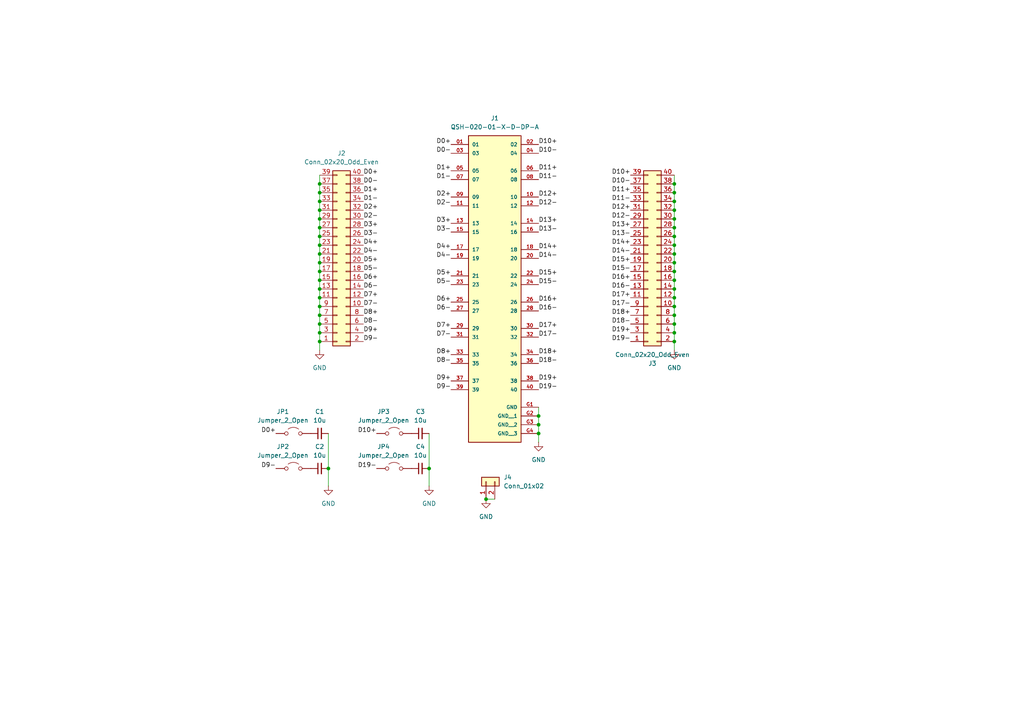
<source format=kicad_sch>
(kicad_sch (version 20231120) (generator "eeschema") (generator_version "8.0")
  (paper "A4")
  (lib_symbols
    (symbol "Connector_Generic:Conn_01x02" (pin_names (offset 1.016) hide)
      (property "Reference" "J" (at 0 2.54 0))
      (property "Value" "Conn_01x02" (at 0 -5.08 0))
      (symbol "Conn_01x02_1_1"
        (rectangle (start -1.27 -2.413) (end 0 -2.667) (stroke (width 0.1524)))
        (rectangle (start -1.27 0.127) (end 0 -0.127) (stroke (width 0.1524)))
        (rectangle (start -1.27 1.27) (end 1.27 -3.81) (stroke (width 0.254)) (fill (type background)))
        (pin passive line (at -5.08 0 0) (length 3.81) (name "Pin_1") (number "1"))
        (pin passive line (at -5.08 -2.54 0) (length 3.81) (name "Pin_2") (number "2"))
      )
    )
    (symbol "Connector_Generic:Conn_02x20_Odd_Even" (pin_names (offset 1.016) hide)
      (property "Reference" "J" (at 1.27 25.4 0))
      (property "Value" "Conn_02x20_Odd_Even" (at 1.27 -27.94 0))
      (symbol "Conn_02x20_Odd_Even_1_1"
        (rectangle (start -1.27 -25.273) (end 0 -25.527) (stroke (width 0.1524)))
        (rectangle (start -1.27 -22.733) (end 0 -22.987) (stroke (width 0.1524)))
        (rectangle (start -1.27 -20.193) (end 0 -20.447) (stroke (width 0.1524)))
        (rectangle (start -1.27 -17.653) (end 0 -17.907) (stroke (width 0.1524)))
        (rectangle (start -1.27 -15.113) (end 0 -15.367) (stroke (width 0.1524)))
        (rectangle (start -1.27 -12.573) (end 0 -12.827) (stroke (width 0.1524)))
        (rectangle (start -1.27 -10.033) (end 0 -10.287) (stroke (width 0.1524)))
        (rectangle (start -1.27 -7.493) (end 0 -7.747) (stroke (width 0.1524)))
        (rectangle (start -1.27 -4.953) (end 0 -5.207) (stroke (width 0.1524)))
        (rectangle (start -1.27 -2.413) (end 0 -2.667) (stroke (width 0.1524)))
        (rectangle (start -1.27 0.127) (end 0 -0.127) (stroke (width 0.1524)))
        (rectangle (start -1.27 2.667) (end 0 2.413) (stroke (width 0.1524)))
        (rectangle (start -1.27 5.207) (end 0 4.953) (stroke (width 0.1524)))
        (rectangle (start -1.27 7.747) (end 0 7.493) (stroke (width 0.1524)))
        (rectangle (start -1.27 10.287) (end 0 10.033) (stroke (width 0.1524)))
        (rectangle (start -1.27 12.827) (end 0 12.573) (stroke (width 0.1524)))
        (rectangle (start -1.27 15.367) (end 0 15.113) (stroke (width 0.1524)))
        (rectangle (start -1.27 17.907) (end 0 17.653) (stroke (width 0.1524)))
        (rectangle (start -1.27 20.447) (end 0 20.193) (stroke (width 0.1524)))
        (rectangle (start -1.27 22.987) (end 0 22.733) (stroke (width 0.1524)))
        (rectangle (start -1.27 24.13) (end 3.81 -26.67) (stroke (width 0.254)) (fill (type background)))
        (rectangle (start 3.81 -25.273) (end 2.54 -25.527) (stroke (width 0.1524)))
        (rectangle (start 3.81 -22.733) (end 2.54 -22.987) (stroke (width 0.1524)))
        (rectangle (start 3.81 -20.193) (end 2.54 -20.447) (stroke (width 0.1524)))
        (rectangle (start 3.81 -17.653) (end 2.54 -17.907) (stroke (width 0.1524)))
        (rectangle (start 3.81 -15.113) (end 2.54 -15.367) (stroke (width 0.1524)))
        (rectangle (start 3.81 -12.573) (end 2.54 -12.827) (stroke (width 0.1524)))
        (rectangle (start 3.81 -10.033) (end 2.54 -10.287) (stroke (width 0.1524)))
        (rectangle (start 3.81 -7.493) (end 2.54 -7.747) (stroke (width 0.1524)))
        (rectangle (start 3.81 -4.953) (end 2.54 -5.207) (stroke (width 0.1524)))
        (rectangle (start 3.81 -2.413) (end 2.54 -2.667) (stroke (width 0.1524)))
        (rectangle (start 3.81 0.127) (end 2.54 -0.127) (stroke (width 0.1524)))
        (rectangle (start 3.81 2.667) (end 2.54 2.413) (stroke (width 0.1524)))
        (rectangle (start 3.81 5.207) (end 2.54 4.953) (stroke (width 0.1524)))
        (rectangle (start 3.81 7.747) (end 2.54 7.493) (stroke (width 0.1524)))
        (rectangle (start 3.81 10.287) (end 2.54 10.033) (stroke (width 0.1524)))
        (rectangle (start 3.81 12.827) (end 2.54 12.573) (stroke (width 0.1524)))
        (rectangle (start 3.81 15.367) (end 2.54 15.113) (stroke (width 0.1524)))
        (rectangle (start 3.81 17.907) (end 2.54 17.653) (stroke (width 0.1524)))
        (rectangle (start 3.81 20.447) (end 2.54 20.193) (stroke (width 0.1524)))
        (rectangle (start 3.81 22.987) (end 2.54 22.733) (stroke (width 0.1524)))
        (pin passive line (at -5.08 22.86 0) (length 3.81) (name "Pin_1") (number "1"))
        (pin passive line (at 7.62 12.7 180) (length 3.81) (name "Pin_10") (number "10"))
        (pin passive line (at -5.08 10.16 0) (length 3.81) (name "Pin_11") (number "11"))
        (pin passive line (at 7.62 10.16 180) (length 3.81) (name "Pin_12") (number "12"))
        (pin passive line (at -5.08 7.62 0) (length 3.81) (name "Pin_13") (number "13"))
        (pin passive line (at 7.62 7.62 180) (length 3.81) (name "Pin_14") (number "14"))
        (pin passive line (at -5.08 5.08 0) (length 3.81) (name "Pin_15") (number "15"))
        (pin passive line (at 7.62 5.08 180) (length 3.81) (name "Pin_16") (number "16"))
        (pin passive line (at -5.08 2.54 0) (length 3.81) (name "Pin_17") (number "17"))
        (pin passive line (at 7.62 2.54 180) (length 3.81) (name "Pin_18") (number "18"))
        (pin passive line (at -5.08 0 0) (length 3.81) (name "Pin_19") (number "19"))
        (pin passive line (at 7.62 22.86 180) (length 3.81) (name "Pin_2") (number "2"))
        (pin passive line (at 7.62 0 180) (length 3.81) (name "Pin_20") (number "20"))
        (pin passive line (at -5.08 -2.54 0) (length 3.81) (name "Pin_21") (number "21"))
        (pin passive line (at 7.62 -2.54 180) (length 3.81) (name "Pin_22") (number "22"))
        (pin passive line (at -5.08 -5.08 0) (length 3.81) (name "Pin_23") (number "23"))
        (pin passive line (at 7.62 -5.08 180) (length 3.81) (name "Pin_24") (number "24"))
        (pin passive line (at -5.08 -7.62 0) (length 3.81) (name "Pin_25") (number "25"))
        (pin passive line (at 7.62 -7.62 180) (length 3.81) (name "Pin_26") (number "26"))
        (pin passive line (at -5.08 -10.16 0) (length 3.81) (name "Pin_27") (number "27"))
        (pin passive line (at 7.62 -10.16 180) (length 3.81) (name "Pin_28") (number "28"))
        (pin passive line (at -5.08 -12.7 0) (length 3.81) (name "Pin_29") (number "29"))
        (pin passive line (at -5.08 20.32 0) (length 3.81) (name "Pin_3") (number "3"))
        (pin passive line (at 7.62 -12.7 180) (length 3.81) (name "Pin_30") (number "30"))
        (pin passive line (at -5.08 -15.24 0) (length 3.81) (name "Pin_31") (number "31"))
        (pin passive line (at 7.62 -15.24 180) (length 3.81) (name "Pin_32") (number "32"))
        (pin passive line (at -5.08 -17.78 0) (length 3.81) (name "Pin_33") (number "33"))
        (pin passive line (at 7.62 -17.78 180) (length 3.81) (name "Pin_34") (number "34"))
        (pin passive line (at -5.08 -20.32 0) (length 3.81) (name "Pin_35") (number "35"))
        (pin passive line (at 7.62 -20.32 180) (length 3.81) (name "Pin_36") (number "36"))
        (pin passive line (at -5.08 -22.86 0) (length 3.81) (name "Pin_37") (number "37"))
        (pin passive line (at 7.62 -22.86 180) (length 3.81) (name "Pin_38") (number "38"))
        (pin passive line (at -5.08 -25.4 0) (length 3.81) (name "Pin_39") (number "39"))
        (pin passive line (at 7.62 20.32 180) (length 3.81) (name "Pin_4") (number "4"))
        (pin passive line (at 7.62 -25.4 180) (length 3.81) (name "Pin_40") (number "40"))
        (pin passive line (at -5.08 17.78 0) (length 3.81) (name "Pin_5") (number "5"))
        (pin passive line (at 7.62 17.78 180) (length 3.81) (name "Pin_6") (number "6"))
        (pin passive line (at -5.08 15.24 0) (length 3.81) (name "Pin_7") (number "7"))
        (pin passive line (at 7.62 15.24 180) (length 3.81) (name "Pin_8") (number "8"))
        (pin passive line (at -5.08 12.7 0) (length 3.81) (name "Pin_9") (number "9"))
      )
    )
    (symbol "Device:C_Small" (pin_numbers hide) (pin_names (offset 0.254) hide)
      (property "Reference" "C" (at 0.254 1.778 0))
      (property "Value" "C_Small" (at 0.254 -2.032 0))
      (symbol "C_Small_0_1"
        (polyline (pts (xy -1.524 -0.508) (xy 1.524 -0.508)) (stroke (width 0.3302)))
        (polyline (pts (xy -1.524 0.508) (xy 1.524 0.508)) (stroke (width 0.3048)))
      )
      (symbol "C_Small_1_1"
        (pin passive line (at 0 2.54 270) (length 2.032) (name "~") (number "1"))
        (pin passive line (at 0 -2.54 90) (length 2.032) (name "~") (number "2"))
      )
    )
    (symbol "Jumper:Jumper_2_Open" (pin_numbers hide) (pin_names (offset 0) hide) (exclude_from_sim yes)
      (property "Reference" "JP" (at 0 2.794 0))
      (property "Value" "Jumper_2_Open" (at 0 -2.286 0))
      (symbol "Jumper_2_Open_0_0"
        (circle (center -2.032 0) (radius 0.508))
        (circle (center 2.032 0) (radius 0.508))
      )
      (symbol "Jumper_2_Open_0_1"
        (arc (start 1.524 1.27) (mid 0 1.778) (end -1.524 1.27))
      )
      (symbol "Jumper_2_Open_1_1"
        (pin passive line (at -5.08 0 0) (length 2.54) (name "A") (number "1"))
        (pin passive line (at 5.08 0 180) (length 2.54) (name "B") (number "2"))
      )
    )
    (symbol "QSH-020-01-X-D-DP-A:QSH-020-01-X-D-DP-A" (pin_names (offset 1.016))
      (property "Reference" "J" (at -7.62 41.91 0))
      (property "Value" "QSH-020-01-X-D-DP-A" (at -7.62 -50.8 0))
      (symbol "QSH-020-01-X-D-DP-A_0_0"
        (rectangle (start -7.62 -48.26) (end 7.62 40.64) (stroke (width 0.254)) (fill (type background)))
        (pin passive line (at -12.7 38.1 0) (length 5.08) (name "01") (number "01"))
        (pin passive line (at 12.7 38.1 180) (length 5.08) (name "02") (number "02"))
        (pin passive line (at -12.7 35.56 0) (length 5.08) (name "03") (number "03"))
        (pin passive line (at 12.7 35.56 180) (length 5.08) (name "04") (number "04"))
        (pin passive line (at -12.7 30.48 0) (length 5.08) (name "05") (number "05"))
        (pin passive line (at 12.7 30.48 180) (length 5.08) (name "06") (number "06"))
        (pin passive line (at -12.7 27.94 0) (length 5.08) (name "07") (number "07"))
        (pin passive line (at 12.7 27.94 180) (length 5.08) (name "08") (number "08"))
        (pin passive line (at -12.7 22.86 0) (length 5.08) (name "09") (number "09"))
        (pin passive line (at 12.7 22.86 180) (length 5.08) (name "10") (number "10"))
        (pin passive line (at -12.7 20.32 0) (length 5.08) (name "11") (number "11"))
        (pin passive line (at 12.7 20.32 180) (length 5.08) (name "12") (number "12"))
        (pin passive line (at -12.7 15.24 0) (length 5.08) (name "13") (number "13"))
        (pin passive line (at 12.7 15.24 180) (length 5.08) (name "14") (number "14"))
        (pin passive line (at -12.7 12.7 0) (length 5.08) (name "15") (number "15"))
        (pin passive line (at 12.7 12.7 180) (length 5.08) (name "16") (number "16"))
        (pin passive line (at -12.7 7.62 0) (length 5.08) (name "17") (number "17"))
        (pin passive line (at 12.7 7.62 180) (length 5.08) (name "18") (number "18"))
        (pin passive line (at -12.7 5.08 0) (length 5.08) (name "19") (number "19"))
        (pin passive line (at 12.7 5.08 180) (length 5.08) (name "20") (number "20"))
        (pin passive line (at -12.7 0 0) (length 5.08) (name "21") (number "21"))
        (pin passive line (at 12.7 0 180) (length 5.08) (name "22") (number "22"))
        (pin passive line (at -12.7 -2.54 0) (length 5.08) (name "23") (number "23"))
        (pin passive line (at 12.7 -2.54 180) (length 5.08) (name "24") (number "24"))
        (pin passive line (at -12.7 -7.62 0) (length 5.08) (name "25") (number "25"))
        (pin passive line (at 12.7 -7.62 180) (length 5.08) (name "26") (number "26"))
        (pin passive line (at -12.7 -10.16 0) (length 5.08) (name "27") (number "27"))
        (pin passive line (at 12.7 -10.16 180) (length 5.08) (name "28") (number "28"))
        (pin passive line (at -12.7 -15.24 0) (length 5.08) (name "29") (number "29"))
        (pin passive line (at 12.7 -15.24 180) (length 5.08) (name "30") (number "30"))
        (pin passive line (at -12.7 -17.78 0) (length 5.08) (name "31") (number "31"))
        (pin passive line (at 12.7 -17.78 180) (length 5.08) (name "32") (number "32"))
        (pin passive line (at -12.7 -22.86 0) (length 5.08) (name "33") (number "33"))
        (pin passive line (at 12.7 -22.86 180) (length 5.08) (name "34") (number "34"))
        (pin passive line (at -12.7 -25.4 0) (length 5.08) (name "35") (number "35"))
        (pin passive line (at 12.7 -25.4 180) (length 5.08) (name "36") (number "36"))
        (pin passive line (at -12.7 -30.48 0) (length 5.08) (name "37") (number "37"))
        (pin passive line (at 12.7 -30.48 180) (length 5.08) (name "38") (number "38"))
        (pin passive line (at -12.7 -33.02 0) (length 5.08) (name "39") (number "39"))
        (pin passive line (at 12.7 -33.02 180) (length 5.08) (name "40") (number "40"))
        (pin power_in line (at 12.7 -38.1 180) (length 5.08) (name "GND") (number "G1"))
        (pin power_in line (at 12.7 -40.64 180) (length 5.08) (name "GND__1") (number "G2"))
        (pin power_in line (at 12.7 -43.18 180) (length 5.08) (name "GND__2") (number "G3"))
        (pin power_in line (at 12.7 -45.72 180) (length 5.08) (name "GND__3") (number "G4"))
      )
    )
    (symbol "power:GND" (power) (pin_numbers hide) (pin_names (offset 0) hide)
      (property "Value" "GND" (at 0 -3.81 0))
      (symbol "GND_0_1"
        (polyline (pts (xy 0 0) (xy 0 -1.27) (xy 1.27 -1.27) (xy 0 -2.54) (xy -1.27 -1.27) (xy 0 -1.27)))
      )
      (symbol "GND_1_1"
        (pin power_in line (at 0 0 270) (length 0) (name "~") (number "1"))
      )
    )
  )
  (junction (at 195.58 78.74))
  (junction (at 92.71 81.28))
  (junction (at 92.71 66.04))
  (junction (at 195.58 66.04))
  (junction (at 195.58 53.34))
  (junction (at 92.71 88.9))
  (junction (at 156.21 120.65))
  (junction (at 195.58 60.96))
  (junction (at 195.58 83.82))
  (junction (at 92.71 78.74))
  (junction (at 92.71 63.5))
  (junction (at 92.71 83.82))
  (junction (at 140.97 144.78))
  (junction (at 195.58 68.58))
  (junction (at 156.21 123.19))
  (junction (at 195.58 91.44))
  (junction (at 92.71 91.44))
  (junction (at 195.58 73.66))
  (junction (at 124.46 135.89))
  (junction (at 92.71 93.98))
  (junction (at 195.58 86.36))
  (junction (at 195.58 76.2))
  (junction (at 95.25 135.89))
  (junction (at 92.71 76.2))
  (junction (at 92.71 96.52))
  (junction (at 92.71 55.88))
  (junction (at 92.71 60.96))
  (junction (at 92.71 71.12))
  (junction (at 195.58 81.28))
  (junction (at 195.58 99.06))
  (junction (at 92.71 73.66))
  (junction (at 92.71 86.36))
  (junction (at 92.71 53.34))
  (junction (at 92.71 99.06))
  (junction (at 195.58 96.52))
  (junction (at 195.58 88.9))
  (junction (at 195.58 63.5))
  (junction (at 92.71 68.58))
  (junction (at 92.71 58.42))
  (junction (at 195.58 55.88))
  (junction (at 195.58 93.98))
  (junction (at 156.21 125.73))
  (junction (at 195.58 58.42))
  (junction (at 195.58 71.12))
  (wire (pts (xy 195.58 63.5) (xy 195.58 66.04)))
  (wire (pts (xy 195.58 73.66) (xy 195.58 76.2)))
  (wire (pts (xy 195.58 99.06) (xy 195.58 101.6)))
  (wire (pts (xy 195.58 93.98) (xy 195.58 96.52)))
  (wire (pts (xy 195.58 60.96) (xy 195.58 63.5)))
  (wire (pts (xy 95.25 125.73) (xy 95.25 135.89)))
  (wire (pts (xy 92.71 99.06) (xy 92.71 101.6)))
  (wire (pts (xy 92.71 81.28) (xy 92.71 83.82)))
  (wire (pts (xy 195.58 71.12) (xy 195.58 73.66)))
  (wire (pts (xy 92.71 73.66) (xy 92.71 76.2)))
  (wire (pts (xy 92.71 88.9) (xy 92.71 91.44)))
  (wire (pts (xy 92.71 53.34) (xy 92.71 55.88)))
  (wire (pts (xy 124.46 125.73) (xy 124.46 135.89)))
  (wire (pts (xy 92.71 93.98) (xy 92.71 96.52)))
  (wire (pts (xy 195.58 78.74) (xy 195.58 81.28)))
  (wire (pts (xy 124.46 135.89) (xy 124.46 140.97)))
  (wire (pts (xy 195.58 81.28) (xy 195.58 83.82)))
  (wire (pts (xy 92.71 78.74) (xy 92.71 81.28)))
  (wire (pts (xy 195.58 50.8) (xy 195.58 53.34)))
  (wire (pts (xy 92.71 83.82) (xy 92.71 86.36)))
  (wire (pts (xy 92.71 66.04) (xy 92.71 68.58)))
  (wire (pts (xy 195.58 76.2) (xy 195.58 78.74)))
  (wire (pts (xy 92.71 58.42) (xy 92.71 60.96)))
  (wire (pts (xy 140.97 144.78) (xy 143.51 144.78)))
  (wire (pts (xy 195.58 68.58) (xy 195.58 71.12)))
  (wire (pts (xy 92.71 76.2) (xy 92.71 78.74)))
  (wire (pts (xy 156.21 120.65) (xy 156.21 123.19)))
  (wire (pts (xy 92.71 91.44) (xy 92.71 93.98)))
  (wire (pts (xy 92.71 50.8) (xy 92.71 53.34)))
  (wire (pts (xy 195.58 86.36) (xy 195.58 88.9)))
  (wire (pts (xy 92.71 63.5) (xy 92.71 66.04)))
  (wire (pts (xy 195.58 58.42) (xy 195.58 60.96)))
  (wire (pts (xy 195.58 83.82) (xy 195.58 86.36)))
  (wire (pts (xy 195.58 88.9) (xy 195.58 91.44)))
  (wire (pts (xy 92.71 55.88) (xy 92.71 58.42)))
  (wire (pts (xy 156.21 118.11) (xy 156.21 120.65)))
  (wire (pts (xy 195.58 55.88) (xy 195.58 58.42)))
  (wire (pts (xy 92.71 86.36) (xy 92.71 88.9)))
  (wire (pts (xy 195.58 66.04) (xy 195.58 68.58)))
  (wire (pts (xy 92.71 71.12) (xy 92.71 73.66)))
  (wire (pts (xy 195.58 53.34) (xy 195.58 55.88)))
  (wire (pts (xy 156.21 125.73) (xy 156.21 128.27)))
  (wire (pts (xy 95.25 135.89) (xy 95.25 140.97)))
  (wire (pts (xy 92.71 68.58) (xy 92.71 71.12)))
  (wire (pts (xy 156.21 123.19) (xy 156.21 125.73)))
  (wire (pts (xy 195.58 96.52) (xy 195.58 99.06)))
  (wire (pts (xy 92.71 60.96) (xy 92.71 63.5)))
  (wire (pts (xy 92.71 96.52) (xy 92.71 99.06)))
  (wire (pts (xy 195.58 91.44) (xy 195.58 93.98)))
  (label "D3-" (at 130.81 67.31 180))
  (label "D0-" (at 130.81 44.45 180))
  (label "D4+" (at 130.81 72.39 180))
  (label "D17+" (at 156.21 95.25 0))
  (label "D9+" (at 105.41 96.52 0))
  (label "D10+" (at 109.22 125.73 180))
  (label "D5+" (at 105.41 76.2 0))
  (label "D12+" (at 182.88 60.96 180))
  (label "D17-" (at 182.88 88.9 180))
  (label "D0+" (at 130.81 41.91 180))
  (label "D0+" (at 80.01 125.73 180))
  (label "D12+" (at 156.21 57.15 0))
  (label "D8+" (at 130.81 102.87 180))
  (label "D4-" (at 105.41 73.66 0))
  (label "D17+" (at 182.88 86.36 180))
  (label "D9-" (at 130.81 113.03 180))
  (label "D5+" (at 130.81 80.01 180))
  (label "D16-" (at 156.21 90.17 0))
  (label "D13-" (at 182.88 68.58 180))
  (label "D15+" (at 182.88 76.2 180))
  (label "D9+" (at 130.81 110.49 180))
  (label "D6+" (at 130.81 87.63 180))
  (label "D7+" (at 130.81 95.25 180))
  (label "D6-" (at 130.81 90.17 180))
  (label "D10-" (at 182.88 53.34 180))
  (label "D19-" (at 182.88 99.06 180))
  (label "D7+" (at 105.41 86.36 0))
  (label "D11+" (at 182.88 55.88 180))
  (label "D8-" (at 105.41 93.98 0))
  (label "D15+" (at 156.21 80.01 0))
  (label "D18+" (at 182.88 91.44 180))
  (label "D9-" (at 105.41 99.06 0))
  (label "D14-" (at 182.88 73.66 180))
  (label "D16-" (at 182.88 83.82 180))
  (label "D10+" (at 156.21 41.91 0))
  (label "D11-" (at 182.88 58.42 180))
  (label "D11-" (at 156.21 52.07 0))
  (label "D8-" (at 130.81 105.41 180))
  (label "D2-" (at 130.81 59.69 180))
  (label "D12-" (at 156.21 59.69 0))
  (label "D4+" (at 105.41 71.12 0))
  (label "D11+" (at 156.21 49.53 0))
  (label "D1-" (at 130.81 52.07 180))
  (label "D0+" (at 105.41 50.8 0))
  (label "D1+" (at 105.41 55.88 0))
  (label "D1-" (at 105.41 58.42 0))
  (label "D19-" (at 156.21 113.03 0))
  (label "D3+" (at 130.81 64.77 180))
  (label "D13+" (at 156.21 64.77 0))
  (label "D9-" (at 80.01 135.89 180))
  (label "D10-" (at 156.21 44.45 0))
  (label "D3+" (at 105.41 66.04 0))
  (label "D16+" (at 156.21 87.63 0))
  (label "D18+" (at 156.21 102.87 0))
  (label "D5-" (at 105.41 78.74 0))
  (label "D13+" (at 182.88 66.04 180))
  (label "D7-" (at 130.81 97.79 180))
  (label "D5-" (at 130.81 82.55 180))
  (label "D7-" (at 105.41 88.9 0))
  (label "D12-" (at 182.88 63.5 180))
  (label "D14-" (at 156.21 74.93 0))
  (label "D16+" (at 182.88 81.28 180))
  (label "D0-" (at 105.41 53.34 0))
  (label "D18-" (at 182.88 93.98 180))
  (label "D2-" (at 105.41 63.5 0))
  (label "D2+" (at 130.81 57.15 180))
  (label "D14+" (at 182.88 71.12 180))
  (label "D18-" (at 156.21 105.41 0))
  (label "D14+" (at 156.21 72.39 0))
  (label "D19+" (at 182.88 96.52 180))
  (label "D15-" (at 156.21 82.55 0))
  (label "D4-" (at 130.81 74.93 180))
  (label "D6+" (at 105.41 81.28 0))
  (label "D19+" (at 156.21 110.49 0))
  (label "D10+" (at 182.88 50.8 180))
  (label "D3-" (at 105.41 68.58 0))
  (label "D1+" (at 130.81 49.53 180))
  (label "D15-" (at 182.88 78.74 180))
  (label "D6-" (at 105.41 83.82 0))
  (label "D17-" (at 156.21 97.79 0))
  (label "D8+" (at 105.41 91.44 0))
  (label "D19-" (at 109.22 135.89 180))
  (label "D2+" (at 105.41 60.96 0))
  (label "D13-" (at 156.21 67.31 0))
  (symbol (lib_id "Jumper:Jumper_2_Open") (at 114.3 125.73 0) (unit 1) (exclude_from_sim yes)
    (property "Reference" "JP3" (at 111.252 119.38 0))
    (property "Value" "Jumper_2_Open" (at 111.252 121.92 0))
    (property "Footprint" "TestPoint:TestPoint_2Pads_Pitch2.54mm_Drill0.8mm" (effects (hide yes)))
    (property "Description" "Jumper, 2-pole, open" (effects (hide yes)))
  )
  (symbol (lib_id "Device:C_Small") (at 92.71 125.73 90) (unit 1)
    (property "Reference" "C1" (at 92.7163 119.38 90))
    (property "Value" "10u" (at 92.7163 121.92 90))
    (property "Footprint" "Capacitor_SMD:C_0805_2012Metric" (effects (hide yes)))
    (property "Description" "Unpolarized capacitor, small symbol" (effects (hide yes)))
  )
  (symbol (lib_id "power:GND") (at 140.97 144.78 0) (unit 1)
    (property "Reference" "#PWR06" (effects (hide yes)))
    (property "Value" "GND" (at 140.97 149.86 0))
    (property "Description" "Power symbol creates a global label with name \"GND\" , ground" (effects (hide yes)))
  )
  (symbol (lib_id "power:GND") (at 195.58 101.6 0) (unit 1)
    (property "Reference" "#PWR03" (effects (hide yes)))
    (property "Value" "GND" (at 195.58 106.68 0))
    (property "Description" "Power symbol creates a global label with name \"GND\" , ground" (effects (hide yes)))
  )
  (symbol (lib_id "Jumper:Jumper_2_Open") (at 85.09 125.73 0) (unit 1) (exclude_from_sim yes)
    (property "Reference" "JP1" (at 82.042 119.38 0))
    (property "Value" "Jumper_2_Open" (at 82.042 121.92 0))
    (property "Footprint" "TestPoint:TestPoint_2Pads_Pitch2.54mm_Drill0.8mm" (effects (hide yes)))
    (property "Description" "Jumper, 2-pole, open" (effects (hide yes)))
  )
  (symbol (lib_id "QSH-020-01-X-D-DP-A:QSH-020-01-X-D-DP-A") (at 143.51 80.01 0) (unit 1)
    (property "Reference" "J1" (at 143.51 34.29 0))
    (property "Value" "QSH-020-01-X-D-DP-A" (at 143.51 36.83 0))
    (property "Footprint" "local:SAMTEC_QSH-020-01-X-D-DP-A" (effects (hide yes)))
    (property "PARTREV" "M" (effects (hide yes)))
    (property "MANUFACTURER" "Samtec" (effects (hide yes)))
    (property "MAXIMUM_PACKAGE_HEIGHT" "3.327 mm" (effects (hide yes)))
    (property "STANDARD" "Manufacturer Recommendations" (effects (hide yes)))
  )
  (symbol (lib_id "Device:C_Small") (at 121.92 135.89 90) (unit 1)
    (property "Reference" "C4" (at 121.9263 129.54 90))
    (property "Value" "10u" (at 121.9263 132.08 90))
    (property "Footprint" "Capacitor_SMD:C_0805_2012Metric" (effects (hide yes)))
    (property "Description" "Unpolarized capacitor, small symbol" (effects (hide yes)))
  )
  (symbol (lib_id "Connector_Generic:Conn_01x02") (at 140.97 139.7 90) (unit 1)
    (property "Reference" "J4" (at 146.05 138.4299 90) (effects (justify right)))
    (property "Value" "Conn_01x02" (at 146.05 140.9699 90) (effects (justify right)))
    (property "Footprint" "Connector_PinHeader_2.54mm:PinHeader_1x02_P2.54mm_Horizontal" (effects (hide yes)))
    (property "Description" "Generic connector, single row, 01x02, script generated (kicad-library-utils/schlib/autogen/connector/)" (effects (hide yes)))
  )
  (symbol (lib_id "power:GND") (at 95.25 140.97 0) (unit 1)
    (property "Reference" "#PWR04" (effects (hide yes)))
    (property "Value" "GND" (at 95.25 146.05 0))
    (property "Description" "Power symbol creates a global label with name \"GND\" , ground" (effects (hide yes)))
  )
  (symbol (lib_id "Jumper:Jumper_2_Open") (at 85.09 135.89 0) (unit 1) (exclude_from_sim yes)
    (property "Reference" "JP2" (at 82.042 129.54 0))
    (property "Value" "Jumper_2_Open" (at 82.042 132.08 0))
    (property "Footprint" "TestPoint:TestPoint_2Pads_Pitch2.54mm_Drill0.8mm" (effects (hide yes)))
    (property "Description" "Jumper, 2-pole, open" (effects (hide yes)))
  )
  (symbol (lib_id "Jumper:Jumper_2_Open") (at 114.3 135.89 0) (unit 1) (exclude_from_sim yes)
    (property "Reference" "JP4" (at 111.252 129.54 0))
    (property "Value" "Jumper_2_Open" (at 111.252 132.08 0))
    (property "Footprint" "TestPoint:TestPoint_2Pads_Pitch2.54mm_Drill0.8mm" (effects (hide yes)))
    (property "Description" "Jumper, 2-pole, open" (effects (hide yes)))
  )
  (symbol (lib_id "power:GND") (at 156.21 128.27 0) (unit 1)
    (property "Reference" "#PWR01" (effects (hide yes)))
    (property "Value" "GND" (at 156.21 133.35 0))
    (property "Description" "Power symbol creates a global label with name \"GND\" , ground" (effects (hide yes)))
  )
  (symbol (lib_id "power:GND") (at 92.71 101.6 0) (unit 1)
    (property "Reference" "#PWR02" (effects (hide yes)))
    (property "Value" "GND" (at 92.71 106.68 0))
    (property "Description" "Power symbol creates a global label with name \"GND\" , ground" (effects (hide yes)))
  )
  (symbol (lib_id "Device:C_Small") (at 121.92 125.73 90) (unit 1)
    (property "Reference" "C3" (at 121.9263 119.38 90))
    (property "Value" "10u" (at 121.9263 121.92 90))
    (property "Footprint" "Capacitor_SMD:C_0805_2012Metric" (effects (hide yes)))
    (property "Description" "Unpolarized capacitor, small symbol" (effects (hide yes)))
  )
  (symbol (lib_id "Connector_Generic:Conn_02x20_Odd_Even") (at 187.96 76.2 0) (mirror x) (unit 1)
    (property "Reference" "J3" (at 189.23 105.41 0))
    (property "Value" "Conn_02x20_Odd_Even" (at 189.23 102.87 0))
    (property "Footprint" "Connector_PinHeader_2.54mm:PinHeader_2x20_P2.54mm_Vertical" (effects (hide yes)))
    (property "Description" "Generic connector, double row, 02x20, odd/even pin numbering scheme (row 1 odd numbers, row 2 even numbers), script generated (kicad-library-utils/schlib/autogen/connector/)" (effects (hide yes)))
  )
  (symbol (lib_id "power:GND") (at 124.46 140.97 0) (unit 1)
    (property "Reference" "#PWR05" (effects (hide yes)))
    (property "Value" "GND" (at 124.46 146.05 0))
    (property "Description" "Power symbol creates a global label with name \"GND\" , ground" (effects (hide yes)))
  )
  (symbol (lib_id "Device:C_Small") (at 92.71 135.89 90) (unit 1)
    (property "Reference" "C2" (at 92.7163 129.54 90))
    (property "Value" "10u" (at 92.7163 132.08 90))
    (property "Footprint" "Capacitor_SMD:C_0805_2012Metric" (effects (hide yes)))
    (property "Description" "Unpolarized capacitor, small symbol" (effects (hide yes)))
  )
  (symbol (lib_id "Connector_Generic:Conn_02x20_Odd_Even") (at 97.79 76.2 0) (mirror x) (unit 1)
    (property "Reference" "J2" (at 99.06 44.45 0))
    (property "Value" "Conn_02x20_Odd_Even" (at 99.06 46.99 0))
    (property "Footprint" "Connector_PinHeader_2.54mm:PinHeader_2x20_P2.54mm_Vertical" (effects (hide yes)))
    (property "Description" "Generic connector, double row, 02x20, odd/even pin numbering scheme (row 1 odd numbers, row 2 even numbers), script generated (kicad-library-utils/schlib/autogen/connector/)" (effects (hide yes)))
  )
)
</source>
